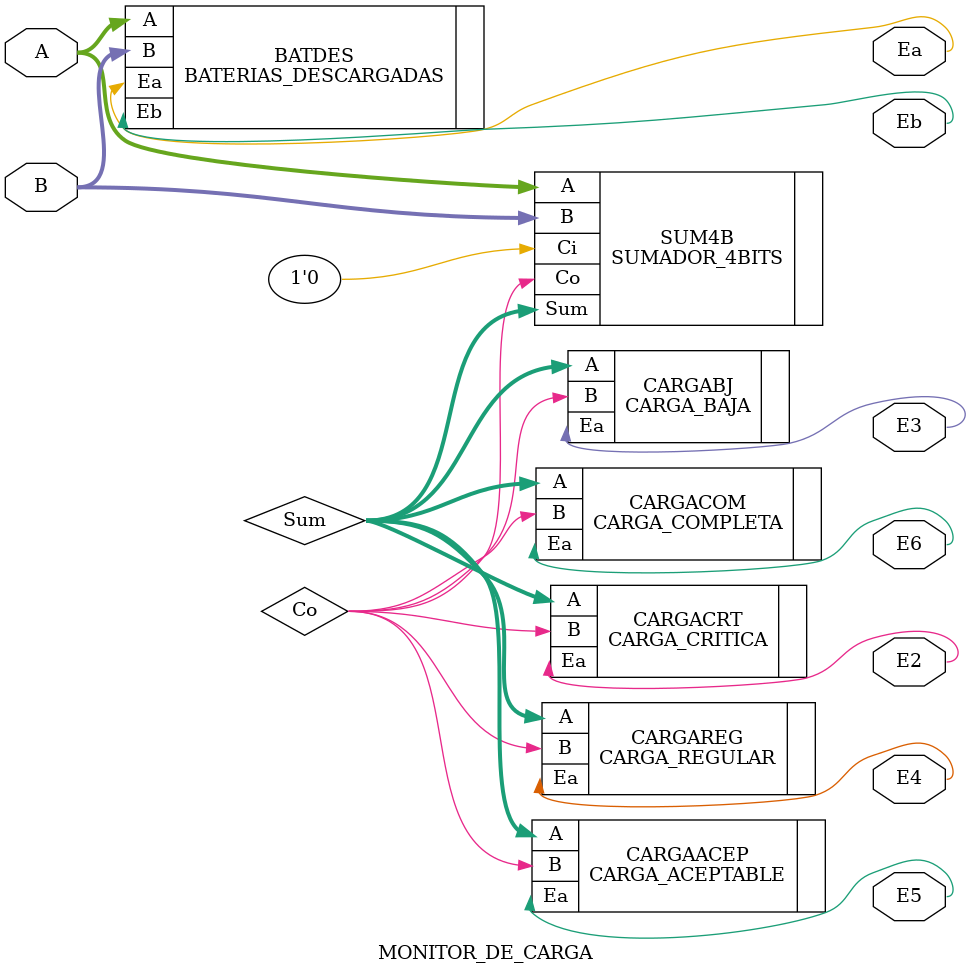
<source format=v>
module MONITOR_DE_CARGA(
    input [3:0] A, B,
    output Ea, Eb, E2, E3, E4, E5, E6
);

wire [3:0] Sum;
wire Co;

SUMADOR_4BITS SUM4B(
    .A(A),
    .B(B),
    .Ci(1'b0),
    .Sum(Sum),
    .Co(Co)
);

BATERIAS_DESCARGADAS BATDES(
    .A(A),
    .B(B),
    .Ea(Ea),
    .Eb(Eb)
);

CARGA_CRITICA CARGACRT(
    .A(Sum),
    .B(Co),
    .Ea(E2)
);

CARGA_BAJA CARGABJ(
    .A(Sum),
    .B(Co),
    .Ea(E3)
);

CARGA_REGULAR CARGAREG(
    .A(Sum),
    .B(Co),
    .Ea(E4)
);

CARGA_ACEPTABLE CARGAACEP(
    .A(Sum),
    .B(Co),
    .Ea(E5)
);

CARGA_COMPLETA CARGACOM(
    .A(Sum),
    .B(Co),
    .Ea(E6)
);

endmodule
</source>
